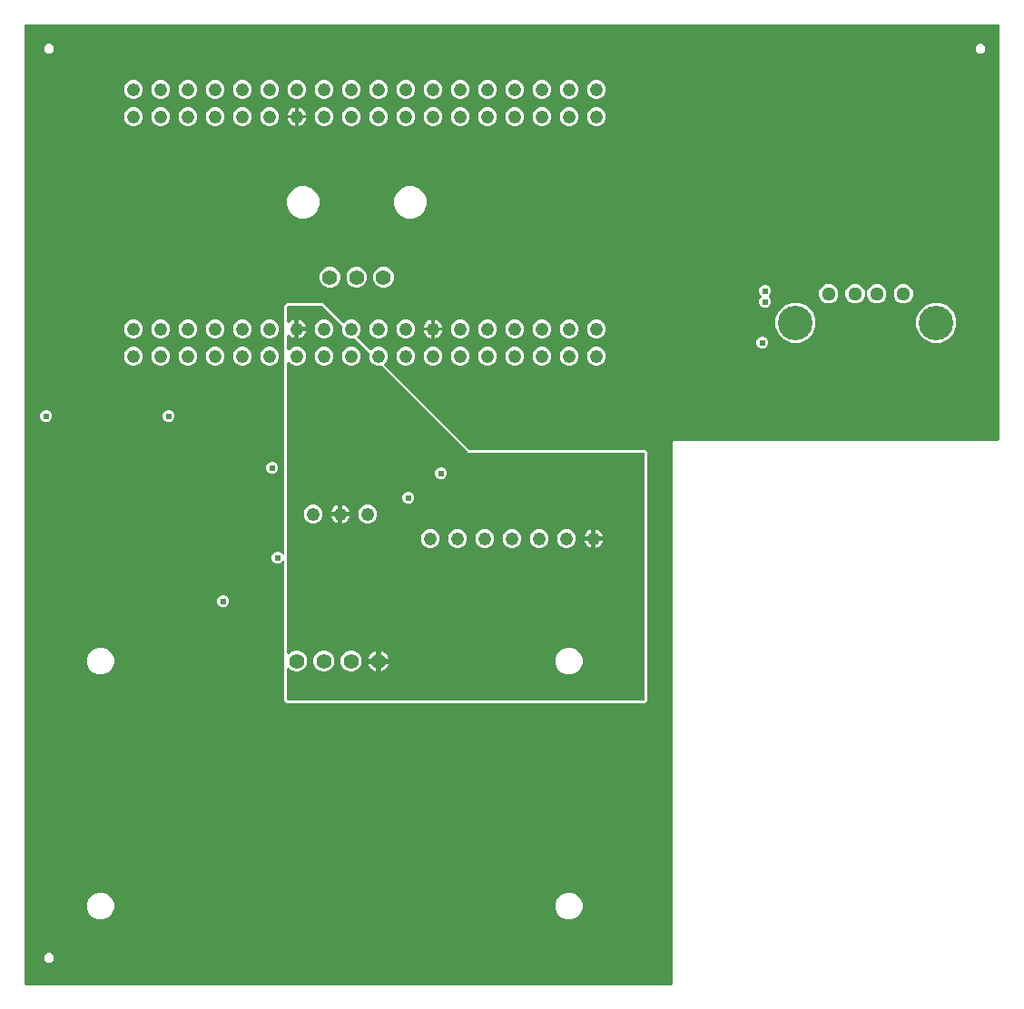
<source format=gbr>
G04 EAGLE Gerber RS-274X export*
G75*
%MOMM*%
%FSLAX34Y34*%
%LPD*%
%INCopper Layer 15*%
%IPPOS*%
%AMOC8*
5,1,8,0,0,1.08239X$1,22.5*%
G01*
%ADD10C,1.244600*%
%ADD11C,1.422400*%
%ADD12C,1.288000*%
%ADD13C,3.220000*%
%ADD14C,1.400000*%
%ADD15C,0.609600*%
%ADD16C,0.654800*%

G36*
X606318Y2544D02*
X606318Y2544D01*
X606337Y2542D01*
X606439Y2564D01*
X606541Y2580D01*
X606558Y2590D01*
X606578Y2594D01*
X606667Y2647D01*
X606758Y2696D01*
X606772Y2710D01*
X606789Y2720D01*
X606856Y2799D01*
X606928Y2874D01*
X606936Y2892D01*
X606949Y2907D01*
X606988Y3003D01*
X607031Y3097D01*
X607033Y3117D01*
X607041Y3135D01*
X607059Y3302D01*
X607059Y509052D01*
X608548Y510541D01*
X911098Y510541D01*
X911118Y510544D01*
X911137Y510542D01*
X911239Y510564D01*
X911341Y510580D01*
X911358Y510590D01*
X911378Y510594D01*
X911467Y510647D01*
X911558Y510696D01*
X911572Y510710D01*
X911589Y510720D01*
X911656Y510799D01*
X911728Y510874D01*
X911736Y510892D01*
X911749Y510907D01*
X911788Y511003D01*
X911831Y511097D01*
X911833Y511117D01*
X911841Y511135D01*
X911859Y511302D01*
X911859Y898398D01*
X911856Y898418D01*
X911858Y898437D01*
X911836Y898539D01*
X911820Y898641D01*
X911810Y898658D01*
X911806Y898678D01*
X911753Y898767D01*
X911704Y898858D01*
X911690Y898872D01*
X911680Y898889D01*
X911601Y898956D01*
X911526Y899028D01*
X911508Y899036D01*
X911493Y899049D01*
X911397Y899088D01*
X911303Y899131D01*
X911283Y899133D01*
X911265Y899141D01*
X911098Y899159D01*
X3302Y899159D01*
X3282Y899156D01*
X3263Y899158D01*
X3161Y899136D01*
X3059Y899120D01*
X3042Y899110D01*
X3022Y899106D01*
X2933Y899053D01*
X2842Y899004D01*
X2828Y898990D01*
X2811Y898980D01*
X2744Y898901D01*
X2672Y898826D01*
X2664Y898808D01*
X2651Y898793D01*
X2612Y898697D01*
X2569Y898603D01*
X2567Y898583D01*
X2559Y898565D01*
X2541Y898398D01*
X2541Y3302D01*
X2544Y3282D01*
X2542Y3263D01*
X2564Y3161D01*
X2580Y3059D01*
X2590Y3042D01*
X2594Y3022D01*
X2647Y2933D01*
X2696Y2842D01*
X2710Y2828D01*
X2720Y2811D01*
X2799Y2744D01*
X2874Y2672D01*
X2892Y2664D01*
X2907Y2651D01*
X3003Y2612D01*
X3097Y2569D01*
X3117Y2567D01*
X3135Y2559D01*
X3302Y2541D01*
X606298Y2541D01*
X606318Y2544D01*
G37*
%LPC*%
G36*
X247342Y265429D02*
X247342Y265429D01*
X245109Y267662D01*
X245109Y398217D01*
X245094Y398313D01*
X245084Y398410D01*
X245074Y398434D01*
X245070Y398460D01*
X245024Y398546D01*
X244984Y398635D01*
X244967Y398654D01*
X244954Y398678D01*
X244884Y398744D01*
X244818Y398816D01*
X244795Y398829D01*
X244776Y398847D01*
X244688Y398888D01*
X244602Y398935D01*
X244577Y398940D01*
X244553Y398951D01*
X244456Y398961D01*
X244360Y398979D01*
X244334Y398975D01*
X244309Y398978D01*
X244214Y398957D01*
X244117Y398943D01*
X244094Y398931D01*
X244068Y398925D01*
X243985Y398875D01*
X243898Y398831D01*
X243879Y398813D01*
X243857Y398799D01*
X243794Y398725D01*
X243726Y398656D01*
X243710Y398627D01*
X243697Y398612D01*
X243685Y398581D01*
X243645Y398509D01*
X243498Y398154D01*
X241926Y396582D01*
X239872Y395731D01*
X237648Y395731D01*
X235594Y396582D01*
X234022Y398154D01*
X233171Y400208D01*
X233171Y402432D01*
X234022Y404486D01*
X235594Y406058D01*
X237648Y406909D01*
X239872Y406909D01*
X241926Y406058D01*
X243498Y404486D01*
X243645Y404131D01*
X243696Y404048D01*
X243742Y403962D01*
X243761Y403945D01*
X243774Y403922D01*
X243849Y403860D01*
X243920Y403793D01*
X243944Y403782D01*
X243964Y403765D01*
X244055Y403731D01*
X244143Y403689D01*
X244169Y403687D01*
X244193Y403677D01*
X244291Y403673D01*
X244387Y403662D01*
X244413Y403668D01*
X244439Y403667D01*
X244533Y403694D01*
X244628Y403715D01*
X244650Y403728D01*
X244675Y403735D01*
X244755Y403791D01*
X244839Y403841D01*
X244856Y403861D01*
X244877Y403876D01*
X244935Y403954D01*
X244999Y404028D01*
X245009Y404052D01*
X245024Y404073D01*
X245054Y404165D01*
X245091Y404256D01*
X245094Y404288D01*
X245100Y404307D01*
X245100Y404340D01*
X245109Y404423D01*
X245109Y636578D01*
X247342Y638811D01*
X280978Y638811D01*
X283434Y636356D01*
X299489Y620300D01*
X299506Y620288D01*
X299518Y620273D01*
X299605Y620216D01*
X299689Y620156D01*
X299708Y620150D01*
X299725Y620140D01*
X299825Y620114D01*
X299924Y620084D01*
X299944Y620084D01*
X299963Y620080D01*
X300066Y620088D01*
X300170Y620090D01*
X300189Y620097D01*
X300209Y620099D01*
X300304Y620139D01*
X300401Y620175D01*
X300417Y620187D01*
X300435Y620195D01*
X300566Y620300D01*
X302376Y622110D01*
X305597Y623444D01*
X309083Y623444D01*
X312304Y622110D01*
X314770Y619644D01*
X316104Y616423D01*
X316104Y612937D01*
X314770Y609716D01*
X312960Y607906D01*
X312948Y607890D01*
X312933Y607877D01*
X312877Y607790D01*
X312816Y607706D01*
X312810Y607687D01*
X312800Y607670D01*
X312774Y607570D01*
X312744Y607471D01*
X312744Y607451D01*
X312740Y607432D01*
X312748Y607329D01*
X312750Y607225D01*
X312757Y607207D01*
X312759Y607187D01*
X312799Y607092D01*
X312835Y606994D01*
X312847Y606979D01*
X312855Y606960D01*
X312960Y606829D01*
X324889Y594900D01*
X324906Y594888D01*
X324918Y594873D01*
X325005Y594816D01*
X325089Y594756D01*
X325108Y594750D01*
X325125Y594740D01*
X325225Y594714D01*
X325324Y594684D01*
X325344Y594684D01*
X325363Y594680D01*
X325466Y594688D01*
X325570Y594690D01*
X325589Y594697D01*
X325609Y594699D01*
X325704Y594739D01*
X325801Y594775D01*
X325817Y594787D01*
X325835Y594795D01*
X325966Y594900D01*
X327776Y596710D01*
X330997Y598044D01*
X334483Y598044D01*
X337704Y596710D01*
X340170Y594244D01*
X341504Y591023D01*
X341504Y587537D01*
X340170Y584316D01*
X338360Y582506D01*
X338348Y582490D01*
X338333Y582477D01*
X338277Y582390D01*
X338216Y582306D01*
X338210Y582287D01*
X338200Y582270D01*
X338174Y582170D01*
X338144Y582071D01*
X338144Y582051D01*
X338140Y582032D01*
X338148Y581929D01*
X338150Y581825D01*
X338157Y581807D01*
X338159Y581787D01*
X338199Y581692D01*
X338235Y581594D01*
X338247Y581579D01*
X338255Y581560D01*
X338360Y581429D01*
X417916Y501874D01*
X417989Y501821D01*
X418059Y501761D01*
X418089Y501749D01*
X418115Y501730D01*
X418202Y501703D01*
X418287Y501669D01*
X418328Y501665D01*
X418350Y501658D01*
X418383Y501659D01*
X418454Y501651D01*
X581460Y501651D01*
X583693Y499418D01*
X583693Y267662D01*
X581460Y265429D01*
X247342Y265429D01*
G37*
%LPD*%
G36*
X580000Y267986D02*
X580000Y267986D01*
X580119Y267993D01*
X580157Y268006D01*
X580198Y268011D01*
X580308Y268054D01*
X580421Y268091D01*
X580456Y268113D01*
X580493Y268128D01*
X580589Y268198D01*
X580690Y268261D01*
X580718Y268291D01*
X580751Y268314D01*
X580827Y268406D01*
X580908Y268493D01*
X580928Y268528D01*
X580953Y268559D01*
X581004Y268667D01*
X581062Y268771D01*
X581072Y268811D01*
X581089Y268847D01*
X581111Y268964D01*
X581141Y269079D01*
X581145Y269140D01*
X581149Y269160D01*
X581147Y269180D01*
X581151Y269240D01*
X581151Y497840D01*
X581136Y497958D01*
X581129Y498077D01*
X581116Y498115D01*
X581111Y498156D01*
X581068Y498266D01*
X581031Y498379D01*
X581009Y498414D01*
X580994Y498451D01*
X580925Y498547D01*
X580861Y498648D01*
X580831Y498676D01*
X580808Y498709D01*
X580716Y498785D01*
X580629Y498866D01*
X580594Y498886D01*
X580563Y498911D01*
X580455Y498962D01*
X580351Y499020D01*
X580311Y499030D01*
X580275Y499047D01*
X580158Y499069D01*
X580043Y499099D01*
X579983Y499103D01*
X579963Y499107D01*
X579942Y499105D01*
X579882Y499109D01*
X417086Y499109D01*
X335928Y580267D01*
X335905Y580285D01*
X335886Y580307D01*
X335780Y580382D01*
X335677Y580462D01*
X335650Y580473D01*
X335626Y580490D01*
X335504Y580536D01*
X335385Y580588D01*
X335356Y580593D01*
X335328Y580603D01*
X335199Y580617D01*
X335071Y580638D01*
X335042Y580635D01*
X335012Y580638D01*
X334884Y580620D01*
X334754Y580608D01*
X334727Y580598D01*
X334697Y580594D01*
X334545Y580542D01*
X334483Y580516D01*
X330997Y580516D01*
X327776Y581850D01*
X325310Y584316D01*
X323976Y587537D01*
X323976Y591023D01*
X324002Y591085D01*
X324010Y591113D01*
X324023Y591140D01*
X324052Y591267D01*
X324086Y591392D01*
X324086Y591421D01*
X324093Y591450D01*
X324089Y591580D01*
X324091Y591710D01*
X324084Y591738D01*
X324083Y591768D01*
X324047Y591893D01*
X324017Y592019D01*
X324003Y592045D01*
X323995Y592073D01*
X323929Y592185D01*
X323868Y592300D01*
X323848Y592322D01*
X323833Y592347D01*
X323727Y592468D01*
X310528Y605667D01*
X310505Y605685D01*
X310486Y605707D01*
X310380Y605782D01*
X310277Y605862D01*
X310250Y605873D01*
X310226Y605890D01*
X310104Y605936D01*
X309985Y605988D01*
X309956Y605993D01*
X309928Y606003D01*
X309799Y606017D01*
X309671Y606038D01*
X309642Y606035D01*
X309612Y606038D01*
X309484Y606020D01*
X309354Y606008D01*
X309327Y605998D01*
X309297Y605994D01*
X309145Y605942D01*
X309083Y605916D01*
X305597Y605916D01*
X302376Y607250D01*
X299910Y609716D01*
X298576Y612937D01*
X298576Y616423D01*
X298602Y616485D01*
X298610Y616513D01*
X298623Y616540D01*
X298652Y616667D01*
X298686Y616792D01*
X298686Y616821D01*
X298693Y616850D01*
X298689Y616980D01*
X298691Y617110D01*
X298684Y617138D01*
X298683Y617168D01*
X298647Y617293D01*
X298617Y617419D01*
X298603Y617445D01*
X298595Y617473D01*
X298529Y617585D01*
X298468Y617700D01*
X298448Y617722D01*
X298433Y617747D01*
X298327Y617868D01*
X280298Y635898D01*
X280219Y635958D01*
X280147Y636026D01*
X280094Y636055D01*
X280046Y636092D01*
X279955Y636132D01*
X279869Y636180D01*
X279810Y636195D01*
X279754Y636219D01*
X279656Y636234D01*
X279561Y636259D01*
X279461Y636265D01*
X279440Y636269D01*
X279428Y636267D01*
X279400Y636269D01*
X248920Y636269D01*
X248802Y636254D01*
X248683Y636247D01*
X248645Y636234D01*
X248604Y636229D01*
X248494Y636186D01*
X248381Y636149D01*
X248346Y636127D01*
X248309Y636112D01*
X248213Y636043D01*
X248112Y635979D01*
X248084Y635949D01*
X248051Y635926D01*
X247976Y635834D01*
X247894Y635747D01*
X247874Y635712D01*
X247849Y635681D01*
X247798Y635573D01*
X247740Y635469D01*
X247730Y635429D01*
X247713Y635393D01*
X247691Y635276D01*
X247661Y635161D01*
X247657Y635101D01*
X247653Y635081D01*
X247655Y635060D01*
X247651Y635000D01*
X247651Y621249D01*
X247668Y621111D01*
X247681Y620972D01*
X247688Y620953D01*
X247691Y620933D01*
X247742Y620804D01*
X247789Y620673D01*
X247800Y620656D01*
X247808Y620638D01*
X247889Y620525D01*
X247967Y620410D01*
X247983Y620397D01*
X247994Y620380D01*
X248102Y620291D01*
X248206Y620200D01*
X248224Y620190D01*
X248239Y620177D01*
X248365Y620118D01*
X248489Y620055D01*
X248509Y620051D01*
X248527Y620042D01*
X248664Y620016D01*
X248799Y619985D01*
X248820Y619986D01*
X248840Y619982D01*
X248978Y619991D01*
X249117Y619995D01*
X249137Y620001D01*
X249157Y620002D01*
X249289Y620045D01*
X249423Y620083D01*
X249440Y620094D01*
X249459Y620100D01*
X249577Y620174D01*
X249697Y620245D01*
X249718Y620263D01*
X249728Y620270D01*
X249742Y620285D01*
X249818Y620351D01*
X250953Y621487D01*
X252389Y622446D01*
X253984Y623107D01*
X254318Y623173D01*
X254318Y615633D01*
X254333Y615514D01*
X254341Y615396D01*
X254353Y615357D01*
X254358Y615317D01*
X254402Y615206D01*
X254439Y615093D01*
X254460Y615059D01*
X254475Y615021D01*
X254545Y614925D01*
X254609Y614825D01*
X254638Y614797D01*
X254662Y614764D01*
X254754Y614688D01*
X254758Y614684D01*
X254752Y614677D01*
X254719Y614653D01*
X254643Y614561D01*
X254561Y614474D01*
X254542Y614439D01*
X254516Y614408D01*
X254465Y614300D01*
X254408Y614196D01*
X254398Y614157D01*
X254381Y614120D01*
X254358Y614003D01*
X254328Y613888D01*
X254325Y613828D01*
X254321Y613808D01*
X254322Y613787D01*
X254318Y613727D01*
X254318Y606187D01*
X253984Y606253D01*
X252389Y606914D01*
X250953Y607873D01*
X249818Y609009D01*
X249708Y609093D01*
X249601Y609183D01*
X249582Y609191D01*
X249566Y609204D01*
X249439Y609259D01*
X249313Y609318D01*
X249293Y609322D01*
X249274Y609330D01*
X249136Y609352D01*
X249001Y609378D01*
X248980Y609377D01*
X248960Y609380D01*
X248821Y609367D01*
X248683Y609358D01*
X248664Y609352D01*
X248644Y609350D01*
X248512Y609303D01*
X248381Y609260D01*
X248363Y609249D01*
X248344Y609242D01*
X248229Y609164D01*
X248112Y609090D01*
X248098Y609075D01*
X248081Y609064D01*
X247989Y608960D01*
X247894Y608858D01*
X247884Y608841D01*
X247871Y608825D01*
X247808Y608702D01*
X247740Y608580D01*
X247735Y608560D01*
X247726Y608542D01*
X247696Y608406D01*
X247661Y608272D01*
X247659Y608244D01*
X247657Y608232D01*
X247657Y608211D01*
X247651Y608111D01*
X247651Y595849D01*
X247668Y595711D01*
X247681Y595572D01*
X247688Y595553D01*
X247691Y595533D01*
X247742Y595404D01*
X247789Y595273D01*
X247800Y595256D01*
X247808Y595238D01*
X247889Y595125D01*
X247967Y595010D01*
X247983Y594997D01*
X247994Y594980D01*
X248102Y594891D01*
X248206Y594800D01*
X248224Y594790D01*
X248239Y594777D01*
X248365Y594718D01*
X248489Y594655D01*
X248509Y594650D01*
X248527Y594642D01*
X248664Y594616D01*
X248799Y594585D01*
X248820Y594586D01*
X248840Y594582D01*
X248978Y594591D01*
X249117Y594595D01*
X249137Y594601D01*
X249157Y594602D01*
X249289Y594645D01*
X249423Y594683D01*
X249440Y594694D01*
X249459Y594700D01*
X249577Y594774D01*
X249697Y594845D01*
X249718Y594863D01*
X249728Y594870D01*
X249742Y594885D01*
X249818Y594951D01*
X251576Y596710D01*
X254797Y598044D01*
X258283Y598044D01*
X261504Y596710D01*
X263970Y594244D01*
X265304Y591023D01*
X265304Y587537D01*
X263970Y584316D01*
X261504Y581850D01*
X258283Y580516D01*
X254797Y580516D01*
X251576Y581850D01*
X249818Y583609D01*
X249708Y583694D01*
X249601Y583783D01*
X249582Y583791D01*
X249566Y583804D01*
X249438Y583859D01*
X249313Y583918D01*
X249293Y583922D01*
X249274Y583930D01*
X249136Y583952D01*
X249001Y583978D01*
X248980Y583977D01*
X248960Y583980D01*
X248821Y583967D01*
X248683Y583958D01*
X248664Y583952D01*
X248644Y583950D01*
X248512Y583903D01*
X248381Y583860D01*
X248363Y583849D01*
X248344Y583842D01*
X248229Y583764D01*
X248112Y583690D01*
X248098Y583675D01*
X248081Y583664D01*
X247989Y583560D01*
X247894Y583458D01*
X247884Y583441D01*
X247871Y583425D01*
X247807Y583301D01*
X247740Y583180D01*
X247735Y583160D01*
X247726Y583142D01*
X247696Y583006D01*
X247661Y582872D01*
X247659Y582844D01*
X247657Y582832D01*
X247657Y582811D01*
X247651Y582711D01*
X247651Y312626D01*
X247668Y312488D01*
X247681Y312350D01*
X247688Y312331D01*
X247691Y312310D01*
X247742Y312181D01*
X247789Y312050D01*
X247800Y312034D01*
X247808Y312015D01*
X247889Y311903D01*
X247967Y311787D01*
X247983Y311774D01*
X247994Y311757D01*
X248102Y311669D01*
X248206Y311577D01*
X248224Y311568D01*
X248239Y311555D01*
X248365Y311495D01*
X248489Y311432D01*
X248509Y311428D01*
X248527Y311419D01*
X248664Y311393D01*
X248799Y311363D01*
X248820Y311363D01*
X248840Y311359D01*
X248978Y311368D01*
X249117Y311372D01*
X249137Y311378D01*
X249157Y311379D01*
X249289Y311422D01*
X249423Y311461D01*
X249440Y311471D01*
X249459Y311477D01*
X249577Y311552D01*
X249697Y311622D01*
X249718Y311641D01*
X249728Y311647D01*
X249742Y311662D01*
X249818Y311729D01*
X251072Y312983D01*
X254620Y314453D01*
X258460Y314453D01*
X262008Y312983D01*
X264723Y310268D01*
X266193Y306720D01*
X266193Y302880D01*
X264723Y299332D01*
X262008Y296617D01*
X258460Y295147D01*
X254620Y295147D01*
X251072Y296617D01*
X249818Y297871D01*
X249708Y297957D01*
X249601Y298045D01*
X249582Y298054D01*
X249566Y298066D01*
X249439Y298122D01*
X249313Y298181D01*
X249293Y298185D01*
X249274Y298193D01*
X249136Y298215D01*
X249001Y298241D01*
X248980Y298239D01*
X248960Y298243D01*
X248821Y298230D01*
X248683Y298221D01*
X248664Y298215D01*
X248644Y298213D01*
X248512Y298166D01*
X248381Y298123D01*
X248363Y298112D01*
X248344Y298105D01*
X248229Y298027D01*
X248112Y297953D01*
X248098Y297938D01*
X248081Y297927D01*
X247989Y297822D01*
X247894Y297721D01*
X247884Y297703D01*
X247871Y297688D01*
X247807Y297564D01*
X247740Y297443D01*
X247735Y297423D01*
X247726Y297405D01*
X247696Y297269D01*
X247661Y297135D01*
X247659Y297107D01*
X247657Y297095D01*
X247657Y297074D01*
X247651Y296974D01*
X247651Y269240D01*
X247666Y269122D01*
X247673Y269003D01*
X247686Y268965D01*
X247691Y268924D01*
X247734Y268814D01*
X247771Y268701D01*
X247793Y268666D01*
X247808Y268629D01*
X247878Y268533D01*
X247941Y268432D01*
X247971Y268404D01*
X247994Y268371D01*
X248086Y268296D01*
X248173Y268214D01*
X248208Y268194D01*
X248239Y268169D01*
X248347Y268118D01*
X248451Y268060D01*
X248491Y268050D01*
X248527Y268033D01*
X248644Y268011D01*
X248759Y267981D01*
X248820Y267977D01*
X248840Y267973D01*
X248860Y267975D01*
X248920Y267971D01*
X579882Y267971D01*
X580000Y267986D01*
G37*
%LPC*%
G36*
X717992Y601959D02*
X717992Y601959D01*
X711141Y604797D01*
X705897Y610041D01*
X703059Y616892D01*
X703059Y624308D01*
X705897Y631159D01*
X711141Y636403D01*
X717992Y639241D01*
X725408Y639241D01*
X732259Y636403D01*
X737503Y631159D01*
X740341Y624308D01*
X740341Y616892D01*
X737503Y610041D01*
X732259Y604797D01*
X725408Y601959D01*
X717992Y601959D01*
G37*
%LPD*%
%LPC*%
G36*
X849392Y601959D02*
X849392Y601959D01*
X842541Y604797D01*
X837297Y610041D01*
X834459Y616892D01*
X834459Y624308D01*
X837297Y631159D01*
X842541Y636403D01*
X849392Y639241D01*
X856808Y639241D01*
X863659Y636403D01*
X868903Y631159D01*
X871741Y624308D01*
X871741Y616892D01*
X868903Y610041D01*
X863659Y604797D01*
X856808Y601959D01*
X849392Y601959D01*
G37*
%LPD*%
%LPC*%
G36*
X259428Y717899D02*
X259428Y717899D01*
X253900Y720189D01*
X249669Y724420D01*
X247379Y729948D01*
X247379Y735932D01*
X249669Y741460D01*
X253900Y745691D01*
X259428Y747981D01*
X265412Y747981D01*
X270940Y745691D01*
X275171Y741460D01*
X277461Y735932D01*
X277461Y729948D01*
X275171Y724420D01*
X270940Y720189D01*
X265412Y717899D01*
X259428Y717899D01*
G37*
%LPD*%
%LPC*%
G36*
X359428Y717899D02*
X359428Y717899D01*
X353900Y720189D01*
X349669Y724420D01*
X347379Y729948D01*
X347379Y735932D01*
X349669Y741460D01*
X353900Y745691D01*
X359428Y747981D01*
X365412Y747981D01*
X370940Y745691D01*
X375171Y741460D01*
X377461Y735932D01*
X377461Y729948D01*
X375171Y724420D01*
X370940Y720189D01*
X365412Y717899D01*
X359428Y717899D01*
G37*
%LPD*%
%LPC*%
G36*
X71165Y292259D02*
X71165Y292259D01*
X66556Y294168D01*
X63028Y297696D01*
X61119Y302305D01*
X61119Y307295D01*
X63028Y311904D01*
X66556Y315432D01*
X71165Y317341D01*
X76155Y317341D01*
X80764Y315432D01*
X84292Y311904D01*
X86201Y307295D01*
X86201Y302305D01*
X84292Y297696D01*
X80764Y294168D01*
X76155Y292259D01*
X71165Y292259D01*
G37*
%LPD*%
%LPC*%
G36*
X508045Y63659D02*
X508045Y63659D01*
X503436Y65568D01*
X499908Y69096D01*
X497999Y73705D01*
X497999Y78695D01*
X499908Y83304D01*
X503436Y86832D01*
X508045Y88741D01*
X513035Y88741D01*
X517644Y86832D01*
X521172Y83304D01*
X523081Y78695D01*
X523081Y73705D01*
X521172Y69096D01*
X517644Y65568D01*
X513035Y63659D01*
X508045Y63659D01*
G37*
%LPD*%
%LPC*%
G36*
X71165Y63659D02*
X71165Y63659D01*
X66556Y65568D01*
X63028Y69096D01*
X61119Y73705D01*
X61119Y78695D01*
X63028Y83304D01*
X66556Y86832D01*
X71165Y88741D01*
X76155Y88741D01*
X80764Y86832D01*
X84292Y83304D01*
X86201Y78695D01*
X86201Y73705D01*
X84292Y69096D01*
X80764Y65568D01*
X76155Y63659D01*
X71165Y63659D01*
G37*
%LPD*%
%LPC*%
G36*
X508045Y292259D02*
X508045Y292259D01*
X503436Y294168D01*
X499908Y297696D01*
X497999Y302305D01*
X497999Y307295D01*
X499908Y311904D01*
X503436Y315432D01*
X508045Y317341D01*
X513035Y317341D01*
X517644Y315432D01*
X521172Y311904D01*
X523081Y307295D01*
X523081Y302305D01*
X521172Y297696D01*
X517644Y294168D01*
X513035Y292259D01*
X508045Y292259D01*
G37*
%LPD*%
%LPC*%
G36*
X305420Y295147D02*
X305420Y295147D01*
X301872Y296617D01*
X299157Y299332D01*
X297687Y302880D01*
X297687Y306720D01*
X299157Y310268D01*
X301872Y312983D01*
X305420Y314453D01*
X309260Y314453D01*
X312808Y312983D01*
X315523Y310268D01*
X316993Y306720D01*
X316993Y302880D01*
X315523Y299332D01*
X312808Y296617D01*
X309260Y295147D01*
X305420Y295147D01*
G37*
%LPD*%
%LPC*%
G36*
X280020Y295147D02*
X280020Y295147D01*
X276472Y296617D01*
X273757Y299332D01*
X272287Y302880D01*
X272287Y306720D01*
X273757Y310268D01*
X276472Y312983D01*
X280020Y314453D01*
X283860Y314453D01*
X287408Y312983D01*
X290123Y310268D01*
X291593Y306720D01*
X291593Y302880D01*
X290123Y299332D01*
X287408Y296617D01*
X283860Y295147D01*
X280020Y295147D01*
G37*
%LPD*%
%LPC*%
G36*
X285522Y653399D02*
X285522Y653399D01*
X282016Y654852D01*
X279332Y657536D01*
X277879Y661042D01*
X277879Y664838D01*
X279332Y668344D01*
X282016Y671028D01*
X285522Y672481D01*
X289318Y672481D01*
X292824Y671028D01*
X295508Y668344D01*
X296961Y664838D01*
X296961Y661042D01*
X295508Y657536D01*
X292824Y654852D01*
X289318Y653399D01*
X285522Y653399D01*
G37*
%LPD*%
%LPC*%
G36*
X310522Y653399D02*
X310522Y653399D01*
X307016Y654852D01*
X304332Y657536D01*
X302879Y661042D01*
X302879Y664838D01*
X304332Y668344D01*
X307016Y671028D01*
X310522Y672481D01*
X314318Y672481D01*
X317824Y671028D01*
X320508Y668344D01*
X321961Y664838D01*
X321961Y661042D01*
X320508Y657536D01*
X317824Y654852D01*
X314318Y653399D01*
X310522Y653399D01*
G37*
%LPD*%
%LPC*%
G36*
X335522Y653399D02*
X335522Y653399D01*
X332016Y654852D01*
X329332Y657536D01*
X327879Y661042D01*
X327879Y664838D01*
X329332Y668344D01*
X332016Y671028D01*
X335522Y672481D01*
X339318Y672481D01*
X342824Y671028D01*
X345508Y668344D01*
X346961Y664838D01*
X346961Y661042D01*
X345508Y657536D01*
X342824Y654852D01*
X339318Y653399D01*
X335522Y653399D01*
G37*
%LPD*%
%LPC*%
G36*
X750614Y638719D02*
X750614Y638719D01*
X747313Y640087D01*
X744787Y642613D01*
X743419Y645914D01*
X743419Y649486D01*
X744787Y652787D01*
X747313Y655313D01*
X750614Y656681D01*
X754186Y656681D01*
X757487Y655313D01*
X760013Y652787D01*
X761381Y649486D01*
X761381Y645914D01*
X760013Y642613D01*
X757487Y640087D01*
X754186Y638719D01*
X750614Y638719D01*
G37*
%LPD*%
%LPC*%
G36*
X775614Y638719D02*
X775614Y638719D01*
X772313Y640087D01*
X769787Y642613D01*
X768419Y645914D01*
X768419Y649486D01*
X769787Y652787D01*
X772313Y655313D01*
X775614Y656681D01*
X779186Y656681D01*
X782487Y655313D01*
X785013Y652787D01*
X786381Y649486D01*
X786381Y645914D01*
X785013Y642613D01*
X782487Y640087D01*
X779186Y638719D01*
X775614Y638719D01*
G37*
%LPD*%
%LPC*%
G36*
X795614Y638719D02*
X795614Y638719D01*
X792313Y640087D01*
X789787Y642613D01*
X788419Y645914D01*
X788419Y649486D01*
X789787Y652787D01*
X792313Y655313D01*
X795614Y656681D01*
X799186Y656681D01*
X802487Y655313D01*
X805013Y652787D01*
X806381Y649486D01*
X806381Y645914D01*
X805013Y642613D01*
X802487Y640087D01*
X799186Y638719D01*
X795614Y638719D01*
G37*
%LPD*%
%LPC*%
G36*
X820614Y638719D02*
X820614Y638719D01*
X817313Y640087D01*
X814787Y642613D01*
X813419Y645914D01*
X813419Y649486D01*
X814787Y652787D01*
X817313Y655313D01*
X820614Y656681D01*
X824186Y656681D01*
X827487Y655313D01*
X830013Y652787D01*
X831381Y649486D01*
X831381Y645914D01*
X830013Y642613D01*
X827487Y640087D01*
X824186Y638719D01*
X820614Y638719D01*
G37*
%LPD*%
%LPC*%
G36*
X480857Y410336D02*
X480857Y410336D01*
X477636Y411670D01*
X475170Y414136D01*
X473836Y417357D01*
X473836Y420843D01*
X475170Y424064D01*
X477636Y426530D01*
X480857Y427864D01*
X484343Y427864D01*
X487564Y426530D01*
X490030Y424064D01*
X491364Y420843D01*
X491364Y417357D01*
X490030Y414136D01*
X487564Y411670D01*
X484343Y410336D01*
X480857Y410336D01*
G37*
%LPD*%
%LPC*%
G36*
X379257Y410336D02*
X379257Y410336D01*
X376036Y411670D01*
X373570Y414136D01*
X372236Y417357D01*
X372236Y420843D01*
X373570Y424064D01*
X376036Y426530D01*
X379257Y427864D01*
X382743Y427864D01*
X385964Y426530D01*
X388430Y424064D01*
X389764Y420843D01*
X389764Y417357D01*
X388430Y414136D01*
X385964Y411670D01*
X382743Y410336D01*
X379257Y410336D01*
G37*
%LPD*%
%LPC*%
G36*
X280197Y580516D02*
X280197Y580516D01*
X276976Y581850D01*
X274510Y584316D01*
X273176Y587537D01*
X273176Y591023D01*
X274510Y594244D01*
X276976Y596710D01*
X280197Y598044D01*
X283683Y598044D01*
X286904Y596710D01*
X289370Y594244D01*
X290704Y591023D01*
X290704Y587537D01*
X289370Y584316D01*
X286904Y581850D01*
X283683Y580516D01*
X280197Y580516D01*
G37*
%LPD*%
%LPC*%
G36*
X305597Y580516D02*
X305597Y580516D01*
X302376Y581850D01*
X299910Y584316D01*
X298576Y587537D01*
X298576Y591023D01*
X299910Y594244D01*
X302376Y596710D01*
X305597Y598044D01*
X309083Y598044D01*
X312304Y596710D01*
X314770Y594244D01*
X316104Y591023D01*
X316104Y587537D01*
X314770Y584316D01*
X312304Y581850D01*
X309083Y580516D01*
X305597Y580516D01*
G37*
%LPD*%
%LPC*%
G36*
X280197Y605916D02*
X280197Y605916D01*
X276976Y607250D01*
X274510Y609716D01*
X273176Y612937D01*
X273176Y616423D01*
X274510Y619644D01*
X276976Y622110D01*
X280197Y623444D01*
X283683Y623444D01*
X286904Y622110D01*
X289370Y619644D01*
X290704Y616423D01*
X290704Y612937D01*
X289370Y609716D01*
X286904Y607250D01*
X283683Y605916D01*
X280197Y605916D01*
G37*
%LPD*%
%LPC*%
G36*
X455457Y410336D02*
X455457Y410336D01*
X452236Y411670D01*
X449770Y414136D01*
X448436Y417357D01*
X448436Y420843D01*
X449770Y424064D01*
X452236Y426530D01*
X455457Y427864D01*
X458943Y427864D01*
X462164Y426530D01*
X464630Y424064D01*
X465964Y420843D01*
X465964Y417357D01*
X464630Y414136D01*
X462164Y411670D01*
X458943Y410336D01*
X455457Y410336D01*
G37*
%LPD*%
%LPC*%
G36*
X404657Y410336D02*
X404657Y410336D01*
X401436Y411670D01*
X398970Y414136D01*
X397636Y417357D01*
X397636Y420843D01*
X398970Y424064D01*
X401436Y426530D01*
X404657Y427864D01*
X408143Y427864D01*
X411364Y426530D01*
X413830Y424064D01*
X415164Y420843D01*
X415164Y417357D01*
X413830Y414136D01*
X411364Y411670D01*
X408143Y410336D01*
X404657Y410336D01*
G37*
%LPD*%
%LPC*%
G36*
X430057Y410336D02*
X430057Y410336D01*
X426836Y411670D01*
X424370Y414136D01*
X423036Y417357D01*
X423036Y420843D01*
X424370Y424064D01*
X426836Y426530D01*
X430057Y427864D01*
X433543Y427864D01*
X436764Y426530D01*
X439230Y424064D01*
X440564Y420843D01*
X440564Y417357D01*
X439230Y414136D01*
X436764Y411670D01*
X433543Y410336D01*
X430057Y410336D01*
G37*
%LPD*%
%LPC*%
G36*
X320837Y433196D02*
X320837Y433196D01*
X317616Y434530D01*
X315150Y436996D01*
X313816Y440217D01*
X313816Y443703D01*
X315150Y446924D01*
X317616Y449390D01*
X320837Y450724D01*
X324323Y450724D01*
X327544Y449390D01*
X330010Y446924D01*
X331344Y443703D01*
X331344Y440217D01*
X330010Y436996D01*
X327544Y434530D01*
X324323Y433196D01*
X320837Y433196D01*
G37*
%LPD*%
%LPC*%
G36*
X270037Y433196D02*
X270037Y433196D01*
X266816Y434530D01*
X264350Y436996D01*
X263016Y440217D01*
X263016Y443703D01*
X264350Y446924D01*
X266816Y449390D01*
X270037Y450724D01*
X273523Y450724D01*
X276744Y449390D01*
X279210Y446924D01*
X280544Y443703D01*
X280544Y440217D01*
X279210Y436996D01*
X276744Y434530D01*
X273523Y433196D01*
X270037Y433196D01*
G37*
%LPD*%
%LPC*%
G36*
X506257Y410336D02*
X506257Y410336D01*
X503036Y411670D01*
X500570Y414136D01*
X499236Y417357D01*
X499236Y420843D01*
X500570Y424064D01*
X503036Y426530D01*
X506257Y427864D01*
X509743Y427864D01*
X512964Y426530D01*
X515430Y424064D01*
X516764Y420843D01*
X516764Y417357D01*
X515430Y414136D01*
X512964Y411670D01*
X509743Y410336D01*
X506257Y410336D01*
G37*
%LPD*%
%LPC*%
G36*
X127797Y829436D02*
X127797Y829436D01*
X124576Y830770D01*
X122110Y833236D01*
X120776Y836457D01*
X120776Y839943D01*
X122110Y843164D01*
X124576Y845630D01*
X127797Y846964D01*
X131283Y846964D01*
X134504Y845630D01*
X136970Y843164D01*
X138304Y839943D01*
X138304Y836457D01*
X136970Y833236D01*
X134504Y830770D01*
X131283Y829436D01*
X127797Y829436D01*
G37*
%LPD*%
%LPC*%
G36*
X356397Y829436D02*
X356397Y829436D01*
X353176Y830770D01*
X350710Y833236D01*
X349376Y836457D01*
X349376Y839943D01*
X350710Y843164D01*
X353176Y845630D01*
X356397Y846964D01*
X359883Y846964D01*
X363104Y845630D01*
X365570Y843164D01*
X366904Y839943D01*
X366904Y836457D01*
X365570Y833236D01*
X363104Y830770D01*
X359883Y829436D01*
X356397Y829436D01*
G37*
%LPD*%
%LPC*%
G36*
X381797Y829436D02*
X381797Y829436D01*
X378576Y830770D01*
X376110Y833236D01*
X374776Y836457D01*
X374776Y839943D01*
X376110Y843164D01*
X378576Y845630D01*
X381797Y846964D01*
X385283Y846964D01*
X388504Y845630D01*
X390970Y843164D01*
X392304Y839943D01*
X392304Y836457D01*
X390970Y833236D01*
X388504Y830770D01*
X385283Y829436D01*
X381797Y829436D01*
G37*
%LPD*%
%LPC*%
G36*
X102397Y829436D02*
X102397Y829436D01*
X99176Y830770D01*
X96710Y833236D01*
X95376Y836457D01*
X95376Y839943D01*
X96710Y843164D01*
X99176Y845630D01*
X102397Y846964D01*
X105883Y846964D01*
X109104Y845630D01*
X111570Y843164D01*
X112904Y839943D01*
X112904Y836457D01*
X111570Y833236D01*
X109104Y830770D01*
X105883Y829436D01*
X102397Y829436D01*
G37*
%LPD*%
%LPC*%
G36*
X330997Y829436D02*
X330997Y829436D01*
X327776Y830770D01*
X325310Y833236D01*
X323976Y836457D01*
X323976Y839943D01*
X325310Y843164D01*
X327776Y845630D01*
X330997Y846964D01*
X334483Y846964D01*
X337704Y845630D01*
X340170Y843164D01*
X341504Y839943D01*
X341504Y836457D01*
X340170Y833236D01*
X337704Y830770D01*
X334483Y829436D01*
X330997Y829436D01*
G37*
%LPD*%
%LPC*%
G36*
X305597Y829436D02*
X305597Y829436D01*
X302376Y830770D01*
X299910Y833236D01*
X298576Y836457D01*
X298576Y839943D01*
X299910Y843164D01*
X302376Y845630D01*
X305597Y846964D01*
X309083Y846964D01*
X312304Y845630D01*
X314770Y843164D01*
X316104Y839943D01*
X316104Y836457D01*
X314770Y833236D01*
X312304Y830770D01*
X309083Y829436D01*
X305597Y829436D01*
G37*
%LPD*%
%LPC*%
G36*
X229397Y829436D02*
X229397Y829436D01*
X226176Y830770D01*
X223710Y833236D01*
X222376Y836457D01*
X222376Y839943D01*
X223710Y843164D01*
X226176Y845630D01*
X229397Y846964D01*
X232883Y846964D01*
X236104Y845630D01*
X238570Y843164D01*
X239904Y839943D01*
X239904Y836457D01*
X238570Y833236D01*
X236104Y830770D01*
X232883Y829436D01*
X229397Y829436D01*
G37*
%LPD*%
%LPC*%
G36*
X203997Y829436D02*
X203997Y829436D01*
X200776Y830770D01*
X198310Y833236D01*
X196976Y836457D01*
X196976Y839943D01*
X198310Y843164D01*
X200776Y845630D01*
X203997Y846964D01*
X207483Y846964D01*
X210704Y845630D01*
X213170Y843164D01*
X214504Y839943D01*
X214504Y836457D01*
X213170Y833236D01*
X210704Y830770D01*
X207483Y829436D01*
X203997Y829436D01*
G37*
%LPD*%
%LPC*%
G36*
X178597Y829436D02*
X178597Y829436D01*
X175376Y830770D01*
X172910Y833236D01*
X171576Y836457D01*
X171576Y839943D01*
X172910Y843164D01*
X175376Y845630D01*
X178597Y846964D01*
X182083Y846964D01*
X185304Y845630D01*
X187770Y843164D01*
X189104Y839943D01*
X189104Y836457D01*
X187770Y833236D01*
X185304Y830770D01*
X182083Y829436D01*
X178597Y829436D01*
G37*
%LPD*%
%LPC*%
G36*
X153197Y829436D02*
X153197Y829436D01*
X149976Y830770D01*
X147510Y833236D01*
X146176Y836457D01*
X146176Y839943D01*
X147510Y843164D01*
X149976Y845630D01*
X153197Y846964D01*
X156683Y846964D01*
X159904Y845630D01*
X162370Y843164D01*
X163704Y839943D01*
X163704Y836457D01*
X162370Y833236D01*
X159904Y830770D01*
X156683Y829436D01*
X153197Y829436D01*
G37*
%LPD*%
%LPC*%
G36*
X229397Y804036D02*
X229397Y804036D01*
X226176Y805370D01*
X223710Y807836D01*
X222376Y811057D01*
X222376Y814543D01*
X223710Y817764D01*
X226176Y820230D01*
X229397Y821564D01*
X232883Y821564D01*
X236104Y820230D01*
X238570Y817764D01*
X239904Y814543D01*
X239904Y811057D01*
X238570Y807836D01*
X236104Y805370D01*
X232883Y804036D01*
X229397Y804036D01*
G37*
%LPD*%
%LPC*%
G36*
X508797Y804036D02*
X508797Y804036D01*
X505576Y805370D01*
X503110Y807836D01*
X501776Y811057D01*
X501776Y814543D01*
X503110Y817764D01*
X505576Y820230D01*
X508797Y821564D01*
X512283Y821564D01*
X515504Y820230D01*
X517970Y817764D01*
X519304Y814543D01*
X519304Y811057D01*
X517970Y807836D01*
X515504Y805370D01*
X512283Y804036D01*
X508797Y804036D01*
G37*
%LPD*%
%LPC*%
G36*
X330997Y804036D02*
X330997Y804036D01*
X327776Y805370D01*
X325310Y807836D01*
X323976Y811057D01*
X323976Y814543D01*
X325310Y817764D01*
X327776Y820230D01*
X330997Y821564D01*
X334483Y821564D01*
X337704Y820230D01*
X340170Y817764D01*
X341504Y814543D01*
X341504Y811057D01*
X340170Y807836D01*
X337704Y805370D01*
X334483Y804036D01*
X330997Y804036D01*
G37*
%LPD*%
%LPC*%
G36*
X407197Y804036D02*
X407197Y804036D01*
X403976Y805370D01*
X401510Y807836D01*
X400176Y811057D01*
X400176Y814543D01*
X401510Y817764D01*
X403976Y820230D01*
X407197Y821564D01*
X410683Y821564D01*
X413904Y820230D01*
X416370Y817764D01*
X417704Y814543D01*
X417704Y811057D01*
X416370Y807836D01*
X413904Y805370D01*
X410683Y804036D01*
X407197Y804036D01*
G37*
%LPD*%
%LPC*%
G36*
X381797Y804036D02*
X381797Y804036D01*
X378576Y805370D01*
X376110Y807836D01*
X374776Y811057D01*
X374776Y814543D01*
X376110Y817764D01*
X378576Y820230D01*
X381797Y821564D01*
X385283Y821564D01*
X388504Y820230D01*
X390970Y817764D01*
X392304Y814543D01*
X392304Y811057D01*
X390970Y807836D01*
X388504Y805370D01*
X385283Y804036D01*
X381797Y804036D01*
G37*
%LPD*%
%LPC*%
G36*
X356397Y804036D02*
X356397Y804036D01*
X353176Y805370D01*
X350710Y807836D01*
X349376Y811057D01*
X349376Y814543D01*
X350710Y817764D01*
X353176Y820230D01*
X356397Y821564D01*
X359883Y821564D01*
X363104Y820230D01*
X365570Y817764D01*
X366904Y814543D01*
X366904Y811057D01*
X365570Y807836D01*
X363104Y805370D01*
X359883Y804036D01*
X356397Y804036D01*
G37*
%LPD*%
%LPC*%
G36*
X203997Y804036D02*
X203997Y804036D01*
X200776Y805370D01*
X198310Y807836D01*
X196976Y811057D01*
X196976Y814543D01*
X198310Y817764D01*
X200776Y820230D01*
X203997Y821564D01*
X207483Y821564D01*
X210704Y820230D01*
X213170Y817764D01*
X214504Y814543D01*
X214504Y811057D01*
X213170Y807836D01*
X210704Y805370D01*
X207483Y804036D01*
X203997Y804036D01*
G37*
%LPD*%
%LPC*%
G36*
X534197Y804036D02*
X534197Y804036D01*
X530976Y805370D01*
X528510Y807836D01*
X527176Y811057D01*
X527176Y814543D01*
X528510Y817764D01*
X530976Y820230D01*
X534197Y821564D01*
X537683Y821564D01*
X540904Y820230D01*
X543370Y817764D01*
X544704Y814543D01*
X544704Y811057D01*
X543370Y807836D01*
X540904Y805370D01*
X537683Y804036D01*
X534197Y804036D01*
G37*
%LPD*%
%LPC*%
G36*
X127797Y804036D02*
X127797Y804036D01*
X124576Y805370D01*
X122110Y807836D01*
X120776Y811057D01*
X120776Y814543D01*
X122110Y817764D01*
X124576Y820230D01*
X127797Y821564D01*
X131283Y821564D01*
X134504Y820230D01*
X136970Y817764D01*
X138304Y814543D01*
X138304Y811057D01*
X136970Y807836D01*
X134504Y805370D01*
X131283Y804036D01*
X127797Y804036D01*
G37*
%LPD*%
%LPC*%
G36*
X153197Y804036D02*
X153197Y804036D01*
X149976Y805370D01*
X147510Y807836D01*
X146176Y811057D01*
X146176Y814543D01*
X147510Y817764D01*
X149976Y820230D01*
X153197Y821564D01*
X156683Y821564D01*
X159904Y820230D01*
X162370Y817764D01*
X163704Y814543D01*
X163704Y811057D01*
X162370Y807836D01*
X159904Y805370D01*
X156683Y804036D01*
X153197Y804036D01*
G37*
%LPD*%
%LPC*%
G36*
X178597Y804036D02*
X178597Y804036D01*
X175376Y805370D01*
X172910Y807836D01*
X171576Y811057D01*
X171576Y814543D01*
X172910Y817764D01*
X175376Y820230D01*
X178597Y821564D01*
X182083Y821564D01*
X185304Y820230D01*
X187770Y817764D01*
X189104Y814543D01*
X189104Y811057D01*
X187770Y807836D01*
X185304Y805370D01*
X182083Y804036D01*
X178597Y804036D01*
G37*
%LPD*%
%LPC*%
G36*
X305597Y804036D02*
X305597Y804036D01*
X302376Y805370D01*
X299910Y807836D01*
X298576Y811057D01*
X298576Y814543D01*
X299910Y817764D01*
X302376Y820230D01*
X305597Y821564D01*
X309083Y821564D01*
X312304Y820230D01*
X314770Y817764D01*
X316104Y814543D01*
X316104Y811057D01*
X314770Y807836D01*
X312304Y805370D01*
X309083Y804036D01*
X305597Y804036D01*
G37*
%LPD*%
%LPC*%
G36*
X432597Y804036D02*
X432597Y804036D01*
X429376Y805370D01*
X426910Y807836D01*
X425576Y811057D01*
X425576Y814543D01*
X426910Y817764D01*
X429376Y820230D01*
X432597Y821564D01*
X436083Y821564D01*
X439304Y820230D01*
X441770Y817764D01*
X443104Y814543D01*
X443104Y811057D01*
X441770Y807836D01*
X439304Y805370D01*
X436083Y804036D01*
X432597Y804036D01*
G37*
%LPD*%
%LPC*%
G36*
X457997Y804036D02*
X457997Y804036D01*
X454776Y805370D01*
X452310Y807836D01*
X450976Y811057D01*
X450976Y814543D01*
X452310Y817764D01*
X454776Y820230D01*
X457997Y821564D01*
X461483Y821564D01*
X464704Y820230D01*
X467170Y817764D01*
X468504Y814543D01*
X468504Y811057D01*
X467170Y807836D01*
X464704Y805370D01*
X461483Y804036D01*
X457997Y804036D01*
G37*
%LPD*%
%LPC*%
G36*
X280197Y804036D02*
X280197Y804036D01*
X276976Y805370D01*
X274510Y807836D01*
X273176Y811057D01*
X273176Y814543D01*
X274510Y817764D01*
X276976Y820230D01*
X280197Y821564D01*
X283683Y821564D01*
X286904Y820230D01*
X289370Y817764D01*
X290704Y814543D01*
X290704Y811057D01*
X289370Y807836D01*
X286904Y805370D01*
X283683Y804036D01*
X280197Y804036D01*
G37*
%LPD*%
%LPC*%
G36*
X102397Y804036D02*
X102397Y804036D01*
X99176Y805370D01*
X96710Y807836D01*
X95376Y811057D01*
X95376Y814543D01*
X96710Y817764D01*
X99176Y820230D01*
X102397Y821564D01*
X105883Y821564D01*
X109104Y820230D01*
X111570Y817764D01*
X112904Y814543D01*
X112904Y811057D01*
X111570Y807836D01*
X109104Y805370D01*
X105883Y804036D01*
X102397Y804036D01*
G37*
%LPD*%
%LPC*%
G36*
X483397Y804036D02*
X483397Y804036D01*
X480176Y805370D01*
X477710Y807836D01*
X476376Y811057D01*
X476376Y814543D01*
X477710Y817764D01*
X480176Y820230D01*
X483397Y821564D01*
X486883Y821564D01*
X490104Y820230D01*
X492570Y817764D01*
X493904Y814543D01*
X493904Y811057D01*
X492570Y807836D01*
X490104Y805370D01*
X486883Y804036D01*
X483397Y804036D01*
G37*
%LPD*%
%LPC*%
G36*
X407197Y605916D02*
X407197Y605916D01*
X403976Y607250D01*
X401510Y609716D01*
X400176Y612937D01*
X400176Y616423D01*
X401510Y619644D01*
X403976Y622110D01*
X407197Y623444D01*
X410683Y623444D01*
X413904Y622110D01*
X416370Y619644D01*
X417704Y616423D01*
X417704Y612937D01*
X416370Y609716D01*
X413904Y607250D01*
X410683Y605916D01*
X407197Y605916D01*
G37*
%LPD*%
%LPC*%
G36*
X432597Y605916D02*
X432597Y605916D01*
X429376Y607250D01*
X426910Y609716D01*
X425576Y612937D01*
X425576Y616423D01*
X426910Y619644D01*
X429376Y622110D01*
X432597Y623444D01*
X436083Y623444D01*
X439304Y622110D01*
X441770Y619644D01*
X443104Y616423D01*
X443104Y612937D01*
X441770Y609716D01*
X439304Y607250D01*
X436083Y605916D01*
X432597Y605916D01*
G37*
%LPD*%
%LPC*%
G36*
X534197Y605916D02*
X534197Y605916D01*
X530976Y607250D01*
X528510Y609716D01*
X527176Y612937D01*
X527176Y616423D01*
X528510Y619644D01*
X530976Y622110D01*
X534197Y623444D01*
X537683Y623444D01*
X540904Y622110D01*
X543370Y619644D01*
X544704Y616423D01*
X544704Y612937D01*
X543370Y609716D01*
X540904Y607250D01*
X537683Y605916D01*
X534197Y605916D01*
G37*
%LPD*%
%LPC*%
G36*
X330997Y605916D02*
X330997Y605916D01*
X327776Y607250D01*
X325310Y609716D01*
X323976Y612937D01*
X323976Y616423D01*
X325310Y619644D01*
X327776Y622110D01*
X330997Y623444D01*
X334483Y623444D01*
X337704Y622110D01*
X340170Y619644D01*
X341504Y616423D01*
X341504Y612937D01*
X340170Y609716D01*
X337704Y607250D01*
X334483Y605916D01*
X330997Y605916D01*
G37*
%LPD*%
%LPC*%
G36*
X203997Y605916D02*
X203997Y605916D01*
X200776Y607250D01*
X198310Y609716D01*
X196976Y612937D01*
X196976Y616423D01*
X198310Y619644D01*
X200776Y622110D01*
X203997Y623444D01*
X207483Y623444D01*
X210704Y622110D01*
X213170Y619644D01*
X214504Y616423D01*
X214504Y612937D01*
X213170Y609716D01*
X210704Y607250D01*
X207483Y605916D01*
X203997Y605916D01*
G37*
%LPD*%
%LPC*%
G36*
X229397Y605916D02*
X229397Y605916D01*
X226176Y607250D01*
X223710Y609716D01*
X222376Y612937D01*
X222376Y616423D01*
X223710Y619644D01*
X226176Y622110D01*
X229397Y623444D01*
X232883Y623444D01*
X236104Y622110D01*
X238570Y619644D01*
X239904Y616423D01*
X239904Y612937D01*
X238570Y609716D01*
X236104Y607250D01*
X232883Y605916D01*
X229397Y605916D01*
G37*
%LPD*%
%LPC*%
G36*
X356397Y605916D02*
X356397Y605916D01*
X353176Y607250D01*
X350710Y609716D01*
X349376Y612937D01*
X349376Y616423D01*
X350710Y619644D01*
X353176Y622110D01*
X356397Y623444D01*
X359883Y623444D01*
X363104Y622110D01*
X365570Y619644D01*
X366904Y616423D01*
X366904Y612937D01*
X365570Y609716D01*
X363104Y607250D01*
X359883Y605916D01*
X356397Y605916D01*
G37*
%LPD*%
%LPC*%
G36*
X254797Y829436D02*
X254797Y829436D01*
X251576Y830770D01*
X249110Y833236D01*
X247776Y836457D01*
X247776Y839943D01*
X249110Y843164D01*
X251576Y845630D01*
X254797Y846964D01*
X258283Y846964D01*
X261504Y845630D01*
X263970Y843164D01*
X265304Y839943D01*
X265304Y836457D01*
X263970Y833236D01*
X261504Y830770D01*
X258283Y829436D01*
X254797Y829436D01*
G37*
%LPD*%
%LPC*%
G36*
X153197Y605916D02*
X153197Y605916D01*
X149976Y607250D01*
X147510Y609716D01*
X146176Y612937D01*
X146176Y616423D01*
X147510Y619644D01*
X149976Y622110D01*
X153197Y623444D01*
X156683Y623444D01*
X159904Y622110D01*
X162370Y619644D01*
X163704Y616423D01*
X163704Y612937D01*
X162370Y609716D01*
X159904Y607250D01*
X156683Y605916D01*
X153197Y605916D01*
G37*
%LPD*%
%LPC*%
G36*
X127797Y605916D02*
X127797Y605916D01*
X124576Y607250D01*
X122110Y609716D01*
X120776Y612937D01*
X120776Y616423D01*
X122110Y619644D01*
X124576Y622110D01*
X127797Y623444D01*
X131283Y623444D01*
X134504Y622110D01*
X136970Y619644D01*
X138304Y616423D01*
X138304Y612937D01*
X136970Y609716D01*
X134504Y607250D01*
X131283Y605916D01*
X127797Y605916D01*
G37*
%LPD*%
%LPC*%
G36*
X102397Y605916D02*
X102397Y605916D01*
X99176Y607250D01*
X96710Y609716D01*
X95376Y612937D01*
X95376Y616423D01*
X96710Y619644D01*
X99176Y622110D01*
X102397Y623444D01*
X105883Y623444D01*
X109104Y622110D01*
X111570Y619644D01*
X112904Y616423D01*
X112904Y612937D01*
X111570Y609716D01*
X109104Y607250D01*
X105883Y605916D01*
X102397Y605916D01*
G37*
%LPD*%
%LPC*%
G36*
X508797Y605916D02*
X508797Y605916D01*
X505576Y607250D01*
X503110Y609716D01*
X501776Y612937D01*
X501776Y616423D01*
X503110Y619644D01*
X505576Y622110D01*
X508797Y623444D01*
X512283Y623444D01*
X515504Y622110D01*
X517970Y619644D01*
X519304Y616423D01*
X519304Y612937D01*
X517970Y609716D01*
X515504Y607250D01*
X512283Y605916D01*
X508797Y605916D01*
G37*
%LPD*%
%LPC*%
G36*
X483397Y605916D02*
X483397Y605916D01*
X480176Y607250D01*
X477710Y609716D01*
X476376Y612937D01*
X476376Y616423D01*
X477710Y619644D01*
X480176Y622110D01*
X483397Y623444D01*
X486883Y623444D01*
X490104Y622110D01*
X492570Y619644D01*
X493904Y616423D01*
X493904Y612937D01*
X492570Y609716D01*
X490104Y607250D01*
X486883Y605916D01*
X483397Y605916D01*
G37*
%LPD*%
%LPC*%
G36*
X457997Y605916D02*
X457997Y605916D01*
X454776Y607250D01*
X452310Y609716D01*
X450976Y612937D01*
X450976Y616423D01*
X452310Y619644D01*
X454776Y622110D01*
X457997Y623444D01*
X461483Y623444D01*
X464704Y622110D01*
X467170Y619644D01*
X468504Y616423D01*
X468504Y612937D01*
X467170Y609716D01*
X464704Y607250D01*
X461483Y605916D01*
X457997Y605916D01*
G37*
%LPD*%
%LPC*%
G36*
X508797Y580516D02*
X508797Y580516D01*
X505576Y581850D01*
X503110Y584316D01*
X501776Y587537D01*
X501776Y591023D01*
X503110Y594244D01*
X505576Y596710D01*
X508797Y598044D01*
X512283Y598044D01*
X515504Y596710D01*
X517970Y594244D01*
X519304Y591023D01*
X519304Y587537D01*
X517970Y584316D01*
X515504Y581850D01*
X512283Y580516D01*
X508797Y580516D01*
G37*
%LPD*%
%LPC*%
G36*
X178597Y605916D02*
X178597Y605916D01*
X175376Y607250D01*
X172910Y609716D01*
X171576Y612937D01*
X171576Y616423D01*
X172910Y619644D01*
X175376Y622110D01*
X178597Y623444D01*
X182083Y623444D01*
X185304Y622110D01*
X187770Y619644D01*
X189104Y616423D01*
X189104Y612937D01*
X187770Y609716D01*
X185304Y607250D01*
X182083Y605916D01*
X178597Y605916D01*
G37*
%LPD*%
%LPC*%
G36*
X534197Y580516D02*
X534197Y580516D01*
X530976Y581850D01*
X528510Y584316D01*
X527176Y587537D01*
X527176Y591023D01*
X528510Y594244D01*
X530976Y596710D01*
X534197Y598044D01*
X537683Y598044D01*
X540904Y596710D01*
X543370Y594244D01*
X544704Y591023D01*
X544704Y587537D01*
X543370Y584316D01*
X540904Y581850D01*
X537683Y580516D01*
X534197Y580516D01*
G37*
%LPD*%
%LPC*%
G36*
X483397Y580516D02*
X483397Y580516D01*
X480176Y581850D01*
X477710Y584316D01*
X476376Y587537D01*
X476376Y591023D01*
X477710Y594244D01*
X480176Y596710D01*
X483397Y598044D01*
X486883Y598044D01*
X490104Y596710D01*
X492570Y594244D01*
X493904Y591023D01*
X493904Y587537D01*
X492570Y584316D01*
X490104Y581850D01*
X486883Y580516D01*
X483397Y580516D01*
G37*
%LPD*%
%LPC*%
G36*
X457997Y580516D02*
X457997Y580516D01*
X454776Y581850D01*
X452310Y584316D01*
X450976Y587537D01*
X450976Y591023D01*
X452310Y594244D01*
X454776Y596710D01*
X457997Y598044D01*
X461483Y598044D01*
X464704Y596710D01*
X467170Y594244D01*
X468504Y591023D01*
X468504Y587537D01*
X467170Y584316D01*
X464704Y581850D01*
X461483Y580516D01*
X457997Y580516D01*
G37*
%LPD*%
%LPC*%
G36*
X432597Y580516D02*
X432597Y580516D01*
X429376Y581850D01*
X426910Y584316D01*
X425576Y587537D01*
X425576Y591023D01*
X426910Y594244D01*
X429376Y596710D01*
X432597Y598044D01*
X436083Y598044D01*
X439304Y596710D01*
X441770Y594244D01*
X443104Y591023D01*
X443104Y587537D01*
X441770Y584316D01*
X439304Y581850D01*
X436083Y580516D01*
X432597Y580516D01*
G37*
%LPD*%
%LPC*%
G36*
X407197Y580516D02*
X407197Y580516D01*
X403976Y581850D01*
X401510Y584316D01*
X400176Y587537D01*
X400176Y591023D01*
X401510Y594244D01*
X403976Y596710D01*
X407197Y598044D01*
X410683Y598044D01*
X413904Y596710D01*
X416370Y594244D01*
X417704Y591023D01*
X417704Y587537D01*
X416370Y584316D01*
X413904Y581850D01*
X410683Y580516D01*
X407197Y580516D01*
G37*
%LPD*%
%LPC*%
G36*
X381797Y580516D02*
X381797Y580516D01*
X378576Y581850D01*
X376110Y584316D01*
X374776Y587537D01*
X374776Y591023D01*
X376110Y594244D01*
X378576Y596710D01*
X381797Y598044D01*
X385283Y598044D01*
X388504Y596710D01*
X390970Y594244D01*
X392304Y591023D01*
X392304Y587537D01*
X390970Y584316D01*
X388504Y581850D01*
X385283Y580516D01*
X381797Y580516D01*
G37*
%LPD*%
%LPC*%
G36*
X356397Y580516D02*
X356397Y580516D01*
X353176Y581850D01*
X350710Y584316D01*
X349376Y587537D01*
X349376Y591023D01*
X350710Y594244D01*
X353176Y596710D01*
X356397Y598044D01*
X359883Y598044D01*
X363104Y596710D01*
X365570Y594244D01*
X366904Y591023D01*
X366904Y587537D01*
X365570Y584316D01*
X363104Y581850D01*
X359883Y580516D01*
X356397Y580516D01*
G37*
%LPD*%
%LPC*%
G36*
X229397Y580516D02*
X229397Y580516D01*
X226176Y581850D01*
X223710Y584316D01*
X222376Y587537D01*
X222376Y591023D01*
X223710Y594244D01*
X226176Y596710D01*
X229397Y598044D01*
X232883Y598044D01*
X236104Y596710D01*
X238570Y594244D01*
X239904Y591023D01*
X239904Y587537D01*
X238570Y584316D01*
X236104Y581850D01*
X232883Y580516D01*
X229397Y580516D01*
G37*
%LPD*%
%LPC*%
G36*
X203997Y580516D02*
X203997Y580516D01*
X200776Y581850D01*
X198310Y584316D01*
X196976Y587537D01*
X196976Y591023D01*
X198310Y594244D01*
X200776Y596710D01*
X203997Y598044D01*
X207483Y598044D01*
X210704Y596710D01*
X213170Y594244D01*
X214504Y591023D01*
X214504Y587537D01*
X213170Y584316D01*
X210704Y581850D01*
X207483Y580516D01*
X203997Y580516D01*
G37*
%LPD*%
%LPC*%
G36*
X178597Y580516D02*
X178597Y580516D01*
X175376Y581850D01*
X172910Y584316D01*
X171576Y587537D01*
X171576Y591023D01*
X172910Y594244D01*
X175376Y596710D01*
X178597Y598044D01*
X182083Y598044D01*
X185304Y596710D01*
X187770Y594244D01*
X189104Y591023D01*
X189104Y587537D01*
X187770Y584316D01*
X185304Y581850D01*
X182083Y580516D01*
X178597Y580516D01*
G37*
%LPD*%
%LPC*%
G36*
X153197Y580516D02*
X153197Y580516D01*
X149976Y581850D01*
X147510Y584316D01*
X146176Y587537D01*
X146176Y591023D01*
X147510Y594244D01*
X149976Y596710D01*
X153197Y598044D01*
X156683Y598044D01*
X159904Y596710D01*
X162370Y594244D01*
X163704Y591023D01*
X163704Y587537D01*
X162370Y584316D01*
X159904Y581850D01*
X156683Y580516D01*
X153197Y580516D01*
G37*
%LPD*%
%LPC*%
G36*
X127797Y580516D02*
X127797Y580516D01*
X124576Y581850D01*
X122110Y584316D01*
X120776Y587537D01*
X120776Y591023D01*
X122110Y594244D01*
X124576Y596710D01*
X127797Y598044D01*
X131283Y598044D01*
X134504Y596710D01*
X136970Y594244D01*
X138304Y591023D01*
X138304Y587537D01*
X136970Y584316D01*
X134504Y581850D01*
X131283Y580516D01*
X127797Y580516D01*
G37*
%LPD*%
%LPC*%
G36*
X102397Y580516D02*
X102397Y580516D01*
X99176Y581850D01*
X96710Y584316D01*
X95376Y587537D01*
X95376Y591023D01*
X96710Y594244D01*
X99176Y596710D01*
X102397Y598044D01*
X105883Y598044D01*
X109104Y596710D01*
X111570Y594244D01*
X112904Y591023D01*
X112904Y587537D01*
X111570Y584316D01*
X109104Y581850D01*
X105883Y580516D01*
X102397Y580516D01*
G37*
%LPD*%
%LPC*%
G36*
X534197Y829436D02*
X534197Y829436D01*
X530976Y830770D01*
X528510Y833236D01*
X527176Y836457D01*
X527176Y839943D01*
X528510Y843164D01*
X530976Y845630D01*
X534197Y846964D01*
X537683Y846964D01*
X540904Y845630D01*
X543370Y843164D01*
X544704Y839943D01*
X544704Y836457D01*
X543370Y833236D01*
X540904Y830770D01*
X537683Y829436D01*
X534197Y829436D01*
G37*
%LPD*%
%LPC*%
G36*
X407197Y829436D02*
X407197Y829436D01*
X403976Y830770D01*
X401510Y833236D01*
X400176Y836457D01*
X400176Y839943D01*
X401510Y843164D01*
X403976Y845630D01*
X407197Y846964D01*
X410683Y846964D01*
X413904Y845630D01*
X416370Y843164D01*
X417704Y839943D01*
X417704Y836457D01*
X416370Y833236D01*
X413904Y830770D01*
X410683Y829436D01*
X407197Y829436D01*
G37*
%LPD*%
%LPC*%
G36*
X432597Y829436D02*
X432597Y829436D01*
X429376Y830770D01*
X426910Y833236D01*
X425576Y836457D01*
X425576Y839943D01*
X426910Y843164D01*
X429376Y845630D01*
X432597Y846964D01*
X436083Y846964D01*
X439304Y845630D01*
X441770Y843164D01*
X443104Y839943D01*
X443104Y836457D01*
X441770Y833236D01*
X439304Y830770D01*
X436083Y829436D01*
X432597Y829436D01*
G37*
%LPD*%
%LPC*%
G36*
X457997Y829436D02*
X457997Y829436D01*
X454776Y830770D01*
X452310Y833236D01*
X450976Y836457D01*
X450976Y839943D01*
X452310Y843164D01*
X454776Y845630D01*
X457997Y846964D01*
X461483Y846964D01*
X464704Y845630D01*
X467170Y843164D01*
X468504Y839943D01*
X468504Y836457D01*
X467170Y833236D01*
X464704Y830770D01*
X461483Y829436D01*
X457997Y829436D01*
G37*
%LPD*%
%LPC*%
G36*
X483397Y829436D02*
X483397Y829436D01*
X480176Y830770D01*
X477710Y833236D01*
X476376Y836457D01*
X476376Y839943D01*
X477710Y843164D01*
X480176Y845630D01*
X483397Y846964D01*
X486883Y846964D01*
X490104Y845630D01*
X492570Y843164D01*
X493904Y839943D01*
X493904Y836457D01*
X492570Y833236D01*
X490104Y830770D01*
X486883Y829436D01*
X483397Y829436D01*
G37*
%LPD*%
%LPC*%
G36*
X280197Y829436D02*
X280197Y829436D01*
X276976Y830770D01*
X274510Y833236D01*
X273176Y836457D01*
X273176Y839943D01*
X274510Y843164D01*
X276976Y845630D01*
X280197Y846964D01*
X283683Y846964D01*
X286904Y845630D01*
X289370Y843164D01*
X290704Y839943D01*
X290704Y836457D01*
X289370Y833236D01*
X286904Y830770D01*
X283683Y829436D01*
X280197Y829436D01*
G37*
%LPD*%
%LPC*%
G36*
X508797Y829436D02*
X508797Y829436D01*
X505576Y830770D01*
X503110Y833236D01*
X501776Y836457D01*
X501776Y839943D01*
X503110Y843164D01*
X505576Y845630D01*
X508797Y846964D01*
X512283Y846964D01*
X515504Y845630D01*
X517970Y843164D01*
X519304Y839943D01*
X519304Y836457D01*
X517970Y833236D01*
X515504Y830770D01*
X512283Y829436D01*
X508797Y829436D01*
G37*
%LPD*%
%LPC*%
G36*
X692308Y634491D02*
X692308Y634491D01*
X690254Y635342D01*
X688682Y636914D01*
X687831Y638968D01*
X687831Y641192D01*
X688682Y643246D01*
X690058Y644622D01*
X690070Y644638D01*
X690085Y644650D01*
X690141Y644738D01*
X690202Y644821D01*
X690207Y644840D01*
X690218Y644857D01*
X690244Y644958D01*
X690274Y645057D01*
X690273Y645076D01*
X690278Y645096D01*
X690270Y645199D01*
X690268Y645302D01*
X690261Y645321D01*
X690259Y645341D01*
X690219Y645436D01*
X690183Y645533D01*
X690171Y645549D01*
X690163Y645567D01*
X690058Y645698D01*
X688682Y647074D01*
X687831Y649128D01*
X687831Y651352D01*
X688682Y653406D01*
X690254Y654978D01*
X692308Y655829D01*
X694532Y655829D01*
X696586Y654978D01*
X698158Y653406D01*
X699009Y651352D01*
X699009Y649128D01*
X698158Y647074D01*
X696782Y645698D01*
X696770Y645682D01*
X696755Y645670D01*
X696699Y645582D01*
X696638Y645499D01*
X696633Y645480D01*
X696622Y645463D01*
X696596Y645362D01*
X696566Y645263D01*
X696567Y645244D01*
X696562Y645224D01*
X696570Y645121D01*
X696572Y645018D01*
X696579Y644999D01*
X696581Y644979D01*
X696621Y644884D01*
X696657Y644787D01*
X696669Y644771D01*
X696677Y644753D01*
X696782Y644622D01*
X698158Y643246D01*
X699009Y641192D01*
X699009Y638968D01*
X698158Y636914D01*
X696586Y635342D01*
X694532Y634491D01*
X692308Y634491D01*
G37*
%LPD*%
%LPC*%
G36*
X136048Y527811D02*
X136048Y527811D01*
X133994Y528662D01*
X132422Y530234D01*
X131571Y532288D01*
X131571Y534512D01*
X132422Y536566D01*
X133994Y538138D01*
X136048Y538989D01*
X138272Y538989D01*
X140326Y538138D01*
X141898Y536566D01*
X142749Y534512D01*
X142749Y532288D01*
X141898Y530234D01*
X140326Y528662D01*
X138272Y527811D01*
X136048Y527811D01*
G37*
%LPD*%
%LPC*%
G36*
X21748Y527811D02*
X21748Y527811D01*
X19694Y528662D01*
X18122Y530234D01*
X17271Y532288D01*
X17271Y534512D01*
X18122Y536566D01*
X19694Y538138D01*
X21748Y538989D01*
X23972Y538989D01*
X26026Y538138D01*
X27598Y536566D01*
X28449Y534512D01*
X28449Y532288D01*
X27598Y530234D01*
X26026Y528662D01*
X23972Y527811D01*
X21748Y527811D01*
G37*
%LPD*%
%LPC*%
G36*
X232568Y479551D02*
X232568Y479551D01*
X230514Y480402D01*
X228942Y481974D01*
X228091Y484028D01*
X228091Y486252D01*
X228942Y488306D01*
X230514Y489878D01*
X232568Y490729D01*
X234792Y490729D01*
X236846Y489878D01*
X238418Y488306D01*
X239269Y486252D01*
X239269Y484028D01*
X238418Y481974D01*
X236846Y480402D01*
X234792Y479551D01*
X232568Y479551D01*
G37*
%LPD*%
%LPC*%
G36*
X186848Y355091D02*
X186848Y355091D01*
X184794Y355942D01*
X183222Y357514D01*
X182371Y359568D01*
X182371Y361792D01*
X183222Y363846D01*
X184794Y365418D01*
X186848Y366269D01*
X189072Y366269D01*
X191126Y365418D01*
X192698Y363846D01*
X193549Y361792D01*
X193549Y359568D01*
X192698Y357514D01*
X191126Y355942D01*
X189072Y355091D01*
X186848Y355091D01*
G37*
%LPD*%
%LPC*%
G36*
X689768Y596391D02*
X689768Y596391D01*
X687714Y597242D01*
X686142Y598814D01*
X685291Y600868D01*
X685291Y603092D01*
X686142Y605146D01*
X687714Y606718D01*
X689768Y607569D01*
X691992Y607569D01*
X694046Y606718D01*
X695618Y605146D01*
X696469Y603092D01*
X696469Y600868D01*
X695618Y598814D01*
X694046Y597242D01*
X691992Y596391D01*
X689768Y596391D01*
G37*
%LPD*%
%LPC*%
G36*
X390048Y474471D02*
X390048Y474471D01*
X387994Y475322D01*
X386422Y476894D01*
X385571Y478948D01*
X385571Y481172D01*
X386422Y483226D01*
X387994Y484798D01*
X390048Y485649D01*
X392272Y485649D01*
X394326Y484798D01*
X395898Y483226D01*
X396749Y481172D01*
X396749Y478948D01*
X395898Y476894D01*
X394326Y475322D01*
X392272Y474471D01*
X390048Y474471D01*
G37*
%LPD*%
%LPC*%
G36*
X359568Y451611D02*
X359568Y451611D01*
X357514Y452462D01*
X355942Y454034D01*
X355091Y456088D01*
X355091Y458312D01*
X355942Y460366D01*
X357514Y461938D01*
X359568Y462789D01*
X361792Y462789D01*
X363846Y461938D01*
X365418Y460366D01*
X366269Y458312D01*
X366269Y456088D01*
X365418Y454034D01*
X363846Y452462D01*
X361792Y451611D01*
X359568Y451611D01*
G37*
%LPD*%
%LPC*%
G36*
X892303Y872009D02*
X892303Y872009D01*
X889789Y874523D01*
X889789Y878077D01*
X892303Y880591D01*
X895857Y880591D01*
X898371Y878077D01*
X898371Y874523D01*
X895857Y872009D01*
X892303Y872009D01*
G37*
%LPD*%
%LPC*%
G36*
X23623Y872009D02*
X23623Y872009D01*
X21109Y874523D01*
X21109Y878077D01*
X23623Y880591D01*
X27177Y880591D01*
X29691Y878077D01*
X29691Y874523D01*
X27177Y872009D01*
X23623Y872009D01*
G37*
%LPD*%
%LPC*%
G36*
X23623Y23649D02*
X23623Y23649D01*
X21109Y26163D01*
X21109Y29717D01*
X23623Y32231D01*
X27177Y32231D01*
X29691Y29717D01*
X29691Y26163D01*
X27177Y23649D01*
X23623Y23649D01*
G37*
%LPD*%
%LPC*%
G36*
X258063Y814323D02*
X258063Y814323D01*
X258063Y821432D01*
X259096Y821227D01*
X260691Y820566D01*
X262127Y819607D01*
X263347Y818387D01*
X264306Y816951D01*
X264967Y815356D01*
X265172Y814323D01*
X258063Y814323D01*
G37*
%LPD*%
%LPC*%
G36*
X385063Y616203D02*
X385063Y616203D01*
X385063Y623312D01*
X386096Y623107D01*
X387691Y622446D01*
X389127Y621487D01*
X390347Y620267D01*
X391306Y618831D01*
X391967Y617236D01*
X392172Y616203D01*
X385063Y616203D01*
G37*
%LPD*%
%LPC*%
G36*
X385063Y613157D02*
X385063Y613157D01*
X392172Y613157D01*
X391967Y612124D01*
X391306Y610529D01*
X390347Y609093D01*
X389127Y607873D01*
X387691Y606914D01*
X386096Y606253D01*
X385063Y606048D01*
X385063Y613157D01*
G37*
%LPD*%
%LPC*%
G36*
X258063Y811277D02*
X258063Y811277D01*
X265172Y811277D01*
X264967Y810244D01*
X264306Y808649D01*
X263347Y807213D01*
X262127Y805993D01*
X260691Y805034D01*
X259096Y804373D01*
X258063Y804168D01*
X258063Y811277D01*
G37*
%LPD*%
%LPC*%
G36*
X247908Y814323D02*
X247908Y814323D01*
X248113Y815356D01*
X248774Y816951D01*
X249733Y818387D01*
X250953Y819607D01*
X252389Y820566D01*
X253984Y821227D01*
X255017Y821432D01*
X255017Y814323D01*
X247908Y814323D01*
G37*
%LPD*%
%LPC*%
G36*
X374908Y616203D02*
X374908Y616203D01*
X375113Y617236D01*
X375774Y618831D01*
X376733Y620267D01*
X377953Y621487D01*
X379389Y622446D01*
X380984Y623107D01*
X382017Y623312D01*
X382017Y616203D01*
X374908Y616203D01*
G37*
%LPD*%
%LPC*%
G36*
X380984Y606253D02*
X380984Y606253D01*
X379389Y606914D01*
X377953Y607873D01*
X376733Y609093D01*
X375774Y610529D01*
X375113Y612124D01*
X374908Y613157D01*
X382017Y613157D01*
X382017Y606048D01*
X380984Y606253D01*
G37*
%LPD*%
%LPC*%
G36*
X253984Y804373D02*
X253984Y804373D01*
X252389Y805034D01*
X250953Y805993D01*
X249733Y807213D01*
X248774Y808649D01*
X248113Y810244D01*
X247908Y811277D01*
X255017Y811277D01*
X255017Y804168D01*
X253984Y804373D01*
G37*
%LPD*%
%LPC*%
G36*
X335279Y307339D02*
X335279Y307339D01*
X335279Y314124D01*
X336445Y313746D01*
X337799Y313056D01*
X339028Y312163D01*
X340103Y311088D01*
X340996Y309859D01*
X341686Y308505D01*
X342064Y307339D01*
X335279Y307339D01*
G37*
%LPD*%
%LPC*%
G36*
X323416Y307339D02*
X323416Y307339D01*
X323794Y308505D01*
X324484Y309859D01*
X325377Y311088D01*
X326452Y312163D01*
X327681Y313056D01*
X329035Y313746D01*
X330201Y314124D01*
X330201Y307339D01*
X323416Y307339D01*
G37*
%LPD*%
%LPC*%
G36*
X335279Y302261D02*
X335279Y302261D01*
X342064Y302261D01*
X341686Y301095D01*
X340996Y299741D01*
X340103Y298512D01*
X339028Y297437D01*
X337799Y296544D01*
X336445Y295854D01*
X335279Y295476D01*
X335279Y302261D01*
G37*
%LPD*%
%LPC*%
G36*
X329035Y295854D02*
X329035Y295854D01*
X327681Y296544D01*
X326452Y297437D01*
X325377Y298512D01*
X324484Y299741D01*
X323794Y301095D01*
X323416Y302261D01*
X330201Y302261D01*
X330201Y295476D01*
X329035Y295854D01*
G37*
%LPD*%
%LPC*%
G36*
X299402Y444182D02*
X299402Y444182D01*
X299402Y450453D01*
X299736Y450387D01*
X301331Y449726D01*
X302767Y448767D01*
X303987Y447547D01*
X304946Y446111D01*
X305607Y444516D01*
X305673Y444182D01*
X299402Y444182D01*
G37*
%LPD*%
%LPC*%
G36*
X535622Y421322D02*
X535622Y421322D01*
X535622Y427593D01*
X535956Y427527D01*
X537551Y426866D01*
X538987Y425907D01*
X540207Y424687D01*
X541166Y423251D01*
X541827Y421656D01*
X541893Y421322D01*
X535622Y421322D01*
G37*
%LPD*%
%LPC*%
G36*
X258762Y616902D02*
X258762Y616902D01*
X258762Y623173D01*
X259096Y623107D01*
X260691Y622446D01*
X262127Y621487D01*
X263347Y620267D01*
X264306Y618831D01*
X264967Y617236D01*
X265033Y616902D01*
X258762Y616902D01*
G37*
%LPD*%
%LPC*%
G36*
X258762Y612458D02*
X258762Y612458D01*
X265033Y612458D01*
X264967Y612124D01*
X264306Y610529D01*
X263347Y609093D01*
X262127Y607873D01*
X260691Y606914D01*
X259096Y606253D01*
X258762Y606187D01*
X258762Y612458D01*
G37*
%LPD*%
%LPC*%
G36*
X535622Y416878D02*
X535622Y416878D01*
X541893Y416878D01*
X541827Y416544D01*
X541166Y414949D01*
X540207Y413513D01*
X538987Y412293D01*
X537551Y411334D01*
X535956Y410673D01*
X535622Y410607D01*
X535622Y416878D01*
G37*
%LPD*%
%LPC*%
G36*
X288687Y444182D02*
X288687Y444182D01*
X288753Y444516D01*
X289414Y446111D01*
X290373Y447547D01*
X291593Y448767D01*
X293029Y449726D01*
X294624Y450387D01*
X294958Y450453D01*
X294958Y444182D01*
X288687Y444182D01*
G37*
%LPD*%
%LPC*%
G36*
X299402Y439738D02*
X299402Y439738D01*
X305673Y439738D01*
X305607Y439404D01*
X304946Y437809D01*
X303987Y436373D01*
X302767Y435153D01*
X301331Y434194D01*
X299736Y433533D01*
X299402Y433467D01*
X299402Y439738D01*
G37*
%LPD*%
%LPC*%
G36*
X524907Y421322D02*
X524907Y421322D01*
X524973Y421656D01*
X525634Y423251D01*
X526593Y424687D01*
X527813Y425907D01*
X529249Y426866D01*
X530844Y427527D01*
X531178Y427593D01*
X531178Y421322D01*
X524907Y421322D01*
G37*
%LPD*%
%LPC*%
G36*
X530844Y410673D02*
X530844Y410673D01*
X529249Y411334D01*
X527813Y412293D01*
X526593Y413513D01*
X525634Y414949D01*
X524973Y416544D01*
X524907Y416878D01*
X531178Y416878D01*
X531178Y410607D01*
X530844Y410673D01*
G37*
%LPD*%
%LPC*%
G36*
X294624Y433533D02*
X294624Y433533D01*
X293029Y434194D01*
X291593Y435153D01*
X290373Y436373D01*
X289414Y437809D01*
X288753Y439404D01*
X288687Y439738D01*
X294958Y439738D01*
X294958Y433467D01*
X294624Y433533D01*
G37*
%LPD*%
%LPC*%
G36*
X256539Y812799D02*
X256539Y812799D01*
X256539Y812801D01*
X256541Y812801D01*
X256541Y812799D01*
X256539Y812799D01*
G37*
%LPD*%
%LPC*%
G36*
X383539Y614679D02*
X383539Y614679D01*
X383539Y614681D01*
X383541Y614681D01*
X383541Y614679D01*
X383539Y614679D01*
G37*
%LPD*%
%LPC*%
G36*
X332739Y304799D02*
X332739Y304799D01*
X332739Y304801D01*
X332741Y304801D01*
X332741Y304799D01*
X332739Y304799D01*
G37*
%LPD*%
D10*
X535940Y589280D03*
X510540Y589280D03*
X485140Y589280D03*
X459740Y589280D03*
X434340Y589280D03*
X408940Y589280D03*
X383540Y589280D03*
X358140Y589280D03*
X332740Y589280D03*
X307340Y589280D03*
X281940Y589280D03*
X256540Y589280D03*
X231140Y589280D03*
X205740Y589280D03*
X180340Y589280D03*
X154940Y589280D03*
X129540Y589280D03*
X104140Y589280D03*
X535940Y812800D03*
X510540Y812800D03*
X485140Y812800D03*
X459740Y812800D03*
X434340Y812800D03*
X408940Y812800D03*
X383540Y812800D03*
X358140Y812800D03*
X332740Y812800D03*
X307340Y812800D03*
X281940Y812800D03*
X256540Y812800D03*
X231140Y812800D03*
X205740Y812800D03*
X180340Y812800D03*
X154940Y812800D03*
X129540Y812800D03*
X104140Y812800D03*
X510540Y614680D03*
X485140Y614680D03*
X459740Y614680D03*
X434340Y614680D03*
X408940Y614680D03*
X383540Y614680D03*
X358140Y614680D03*
X332740Y614680D03*
X307340Y614680D03*
X281940Y614680D03*
X256540Y614680D03*
X231140Y614680D03*
X205740Y614680D03*
X180340Y614680D03*
X154940Y614680D03*
X129540Y614680D03*
X104140Y614680D03*
X510540Y838200D03*
X485140Y838200D03*
X459740Y838200D03*
X434340Y838200D03*
X408940Y838200D03*
X383540Y838200D03*
X358140Y838200D03*
X332740Y838200D03*
X307340Y838200D03*
X281940Y838200D03*
X256540Y838200D03*
X231140Y838200D03*
X205740Y838200D03*
X180340Y838200D03*
X154940Y838200D03*
X129540Y838200D03*
X104140Y838200D03*
X535940Y614680D03*
X535940Y838200D03*
D11*
X256540Y304800D03*
X281940Y304800D03*
X307340Y304800D03*
X332740Y304800D03*
D10*
X381000Y419100D03*
X406400Y419100D03*
X431800Y419100D03*
X457200Y419100D03*
X482600Y419100D03*
X508000Y419100D03*
X533400Y419100D03*
D12*
X777400Y647700D03*
X797400Y647700D03*
X752400Y647700D03*
X822400Y647700D03*
D13*
X721700Y620600D03*
X853100Y620600D03*
D14*
X287420Y662940D03*
X312420Y662940D03*
X337420Y662940D03*
D10*
X271780Y441960D03*
X297180Y441960D03*
X322580Y441960D03*
D15*
X469900Y525780D03*
X495300Y525780D03*
X228600Y386080D03*
X134620Y482600D03*
X205740Y393700D03*
X383540Y541020D03*
X22860Y482600D03*
D16*
X256540Y629920D03*
X266700Y629920D03*
D15*
X187960Y360680D03*
X238760Y401320D03*
X137160Y533400D03*
X22860Y533400D03*
X693420Y650240D03*
X693420Y640080D03*
X690880Y601980D03*
X233680Y485140D03*
X360680Y457200D03*
X391160Y480060D03*
M02*

</source>
